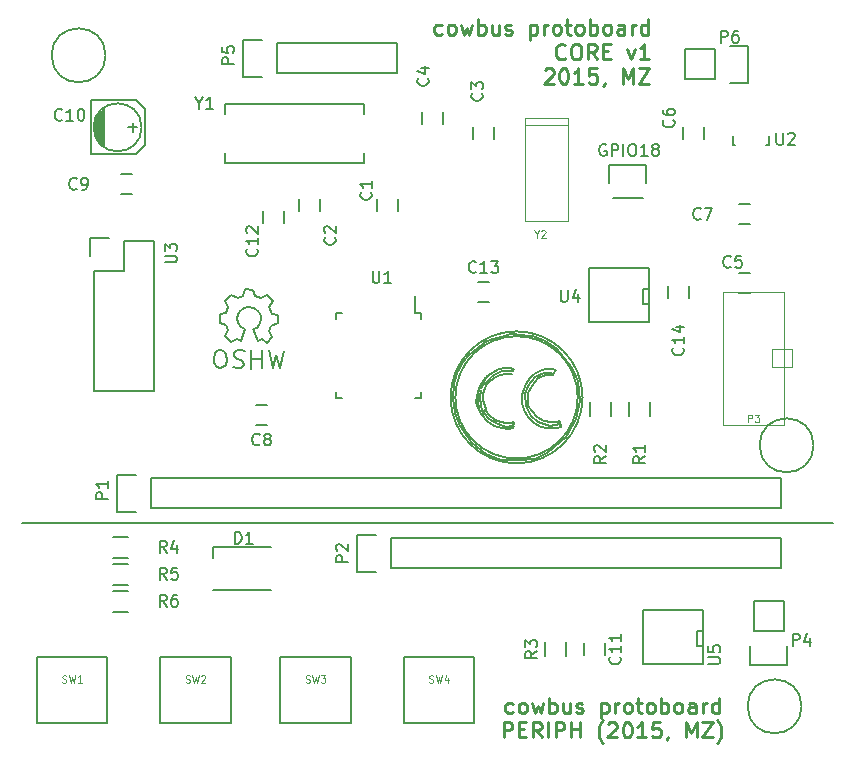
<source format=gto>
G04 #@! TF.FileFunction,Legend,Top*
%FSLAX46Y46*%
G04 Gerber Fmt 4.6, Leading zero omitted, Abs format (unit mm)*
G04 Created by KiCad (PCBNEW 0.201508090901+6074~28~ubuntu14.04.1-product) date Mo 10 Aug 2015 18:55:09 CEST*
%MOMM*%
G01*
G04 APERTURE LIST*
%ADD10C,0.100000*%
%ADD11C,0.250000*%
%ADD12C,0.200000*%
%ADD13C,0.150000*%
%ADD14C,0.149860*%
G04 APERTURE END LIST*
D10*
D11*
X150381338Y-77958190D02*
X150257528Y-78020095D01*
X150009909Y-78020095D01*
X149886100Y-77958190D01*
X149824195Y-77896286D01*
X149762290Y-77772476D01*
X149762290Y-77401048D01*
X149824195Y-77277238D01*
X149886100Y-77215333D01*
X150009909Y-77153429D01*
X150257528Y-77153429D01*
X150381338Y-77215333D01*
X151124195Y-78020095D02*
X151000386Y-77958190D01*
X150938481Y-77896286D01*
X150876576Y-77772476D01*
X150876576Y-77401048D01*
X150938481Y-77277238D01*
X151000386Y-77215333D01*
X151124195Y-77153429D01*
X151309909Y-77153429D01*
X151433719Y-77215333D01*
X151495624Y-77277238D01*
X151557528Y-77401048D01*
X151557528Y-77772476D01*
X151495624Y-77896286D01*
X151433719Y-77958190D01*
X151309909Y-78020095D01*
X151124195Y-78020095D01*
X151990861Y-77153429D02*
X152238480Y-78020095D01*
X152486099Y-77401048D01*
X152733718Y-78020095D01*
X152981337Y-77153429D01*
X153476576Y-78020095D02*
X153476576Y-76720095D01*
X153476576Y-77215333D02*
X153600385Y-77153429D01*
X153848004Y-77153429D01*
X153971814Y-77215333D01*
X154033719Y-77277238D01*
X154095623Y-77401048D01*
X154095623Y-77772476D01*
X154033719Y-77896286D01*
X153971814Y-77958190D01*
X153848004Y-78020095D01*
X153600385Y-78020095D01*
X153476576Y-77958190D01*
X155209909Y-77153429D02*
X155209909Y-78020095D01*
X154652766Y-77153429D02*
X154652766Y-77834381D01*
X154714671Y-77958190D01*
X154838480Y-78020095D01*
X155024194Y-78020095D01*
X155148004Y-77958190D01*
X155209909Y-77896286D01*
X155767051Y-77958190D02*
X155890861Y-78020095D01*
X156138480Y-78020095D01*
X156262289Y-77958190D01*
X156324194Y-77834381D01*
X156324194Y-77772476D01*
X156262289Y-77648667D01*
X156138480Y-77586762D01*
X155952765Y-77586762D01*
X155828956Y-77524857D01*
X155767051Y-77401048D01*
X155767051Y-77339143D01*
X155828956Y-77215333D01*
X155952765Y-77153429D01*
X156138480Y-77153429D01*
X156262289Y-77215333D01*
X157871813Y-77153429D02*
X157871813Y-78453429D01*
X157871813Y-77215333D02*
X157995622Y-77153429D01*
X158243241Y-77153429D01*
X158367051Y-77215333D01*
X158428956Y-77277238D01*
X158490860Y-77401048D01*
X158490860Y-77772476D01*
X158428956Y-77896286D01*
X158367051Y-77958190D01*
X158243241Y-78020095D01*
X157995622Y-78020095D01*
X157871813Y-77958190D01*
X159048003Y-78020095D02*
X159048003Y-77153429D01*
X159048003Y-77401048D02*
X159109908Y-77277238D01*
X159171812Y-77215333D01*
X159295622Y-77153429D01*
X159419431Y-77153429D01*
X160038479Y-78020095D02*
X159914670Y-77958190D01*
X159852765Y-77896286D01*
X159790860Y-77772476D01*
X159790860Y-77401048D01*
X159852765Y-77277238D01*
X159914670Y-77215333D01*
X160038479Y-77153429D01*
X160224193Y-77153429D01*
X160348003Y-77215333D01*
X160409908Y-77277238D01*
X160471812Y-77401048D01*
X160471812Y-77772476D01*
X160409908Y-77896286D01*
X160348003Y-77958190D01*
X160224193Y-78020095D01*
X160038479Y-78020095D01*
X160843241Y-77153429D02*
X161338479Y-77153429D01*
X161028955Y-76720095D02*
X161028955Y-77834381D01*
X161090860Y-77958190D01*
X161214669Y-78020095D01*
X161338479Y-78020095D01*
X161957526Y-78020095D02*
X161833717Y-77958190D01*
X161771812Y-77896286D01*
X161709907Y-77772476D01*
X161709907Y-77401048D01*
X161771812Y-77277238D01*
X161833717Y-77215333D01*
X161957526Y-77153429D01*
X162143240Y-77153429D01*
X162267050Y-77215333D01*
X162328955Y-77277238D01*
X162390859Y-77401048D01*
X162390859Y-77772476D01*
X162328955Y-77896286D01*
X162267050Y-77958190D01*
X162143240Y-78020095D01*
X161957526Y-78020095D01*
X162948002Y-78020095D02*
X162948002Y-76720095D01*
X162948002Y-77215333D02*
X163071811Y-77153429D01*
X163319430Y-77153429D01*
X163443240Y-77215333D01*
X163505145Y-77277238D01*
X163567049Y-77401048D01*
X163567049Y-77772476D01*
X163505145Y-77896286D01*
X163443240Y-77958190D01*
X163319430Y-78020095D01*
X163071811Y-78020095D01*
X162948002Y-77958190D01*
X164309906Y-78020095D02*
X164186097Y-77958190D01*
X164124192Y-77896286D01*
X164062287Y-77772476D01*
X164062287Y-77401048D01*
X164124192Y-77277238D01*
X164186097Y-77215333D01*
X164309906Y-77153429D01*
X164495620Y-77153429D01*
X164619430Y-77215333D01*
X164681335Y-77277238D01*
X164743239Y-77401048D01*
X164743239Y-77772476D01*
X164681335Y-77896286D01*
X164619430Y-77958190D01*
X164495620Y-78020095D01*
X164309906Y-78020095D01*
X165857525Y-78020095D02*
X165857525Y-77339143D01*
X165795620Y-77215333D01*
X165671810Y-77153429D01*
X165424191Y-77153429D01*
X165300382Y-77215333D01*
X165857525Y-77958190D02*
X165733715Y-78020095D01*
X165424191Y-78020095D01*
X165300382Y-77958190D01*
X165238477Y-77834381D01*
X165238477Y-77710571D01*
X165300382Y-77586762D01*
X165424191Y-77524857D01*
X165733715Y-77524857D01*
X165857525Y-77462952D01*
X166476572Y-78020095D02*
X166476572Y-77153429D01*
X166476572Y-77401048D02*
X166538477Y-77277238D01*
X166600381Y-77215333D01*
X166724191Y-77153429D01*
X166848000Y-77153429D01*
X167838477Y-78020095D02*
X167838477Y-76720095D01*
X167838477Y-77958190D02*
X167714667Y-78020095D01*
X167467048Y-78020095D01*
X167343239Y-77958190D01*
X167281334Y-77896286D01*
X167219429Y-77772476D01*
X167219429Y-77401048D01*
X167281334Y-77277238D01*
X167343239Y-77215333D01*
X167467048Y-77153429D01*
X167714667Y-77153429D01*
X167838477Y-77215333D01*
X160843239Y-79966286D02*
X160781334Y-80028190D01*
X160595620Y-80090095D01*
X160471810Y-80090095D01*
X160286096Y-80028190D01*
X160162287Y-79904381D01*
X160100382Y-79780571D01*
X160038477Y-79532952D01*
X160038477Y-79347238D01*
X160100382Y-79099619D01*
X160162287Y-78975810D01*
X160286096Y-78852000D01*
X160471810Y-78790095D01*
X160595620Y-78790095D01*
X160781334Y-78852000D01*
X160843239Y-78913905D01*
X161648001Y-78790095D02*
X161895620Y-78790095D01*
X162019429Y-78852000D01*
X162143239Y-78975810D01*
X162205144Y-79223429D01*
X162205144Y-79656762D01*
X162143239Y-79904381D01*
X162019429Y-80028190D01*
X161895620Y-80090095D01*
X161648001Y-80090095D01*
X161524191Y-80028190D01*
X161400382Y-79904381D01*
X161338477Y-79656762D01*
X161338477Y-79223429D01*
X161400382Y-78975810D01*
X161524191Y-78852000D01*
X161648001Y-78790095D01*
X163505144Y-80090095D02*
X163071811Y-79471048D01*
X162762287Y-80090095D02*
X162762287Y-78790095D01*
X163257525Y-78790095D01*
X163381334Y-78852000D01*
X163443239Y-78913905D01*
X163505144Y-79037714D01*
X163505144Y-79223429D01*
X163443239Y-79347238D01*
X163381334Y-79409143D01*
X163257525Y-79471048D01*
X162762287Y-79471048D01*
X164062287Y-79409143D02*
X164495620Y-79409143D01*
X164681334Y-80090095D02*
X164062287Y-80090095D01*
X164062287Y-78790095D01*
X164681334Y-78790095D01*
X166105143Y-79223429D02*
X166414667Y-80090095D01*
X166724191Y-79223429D01*
X167900381Y-80090095D02*
X167157524Y-80090095D01*
X167528953Y-80090095D02*
X167528953Y-78790095D01*
X167405143Y-78975810D01*
X167281334Y-79099619D01*
X167157524Y-79161524D01*
X159109906Y-80983905D02*
X159171811Y-80922000D01*
X159295620Y-80860095D01*
X159605144Y-80860095D01*
X159728954Y-80922000D01*
X159790858Y-80983905D01*
X159852763Y-81107714D01*
X159852763Y-81231524D01*
X159790858Y-81417238D01*
X159048001Y-82160095D01*
X159852763Y-82160095D01*
X160657525Y-80860095D02*
X160781334Y-80860095D01*
X160905144Y-80922000D01*
X160967049Y-80983905D01*
X161028953Y-81107714D01*
X161090858Y-81355333D01*
X161090858Y-81664857D01*
X161028953Y-81912476D01*
X160967049Y-82036286D01*
X160905144Y-82098190D01*
X160781334Y-82160095D01*
X160657525Y-82160095D01*
X160533715Y-82098190D01*
X160471811Y-82036286D01*
X160409906Y-81912476D01*
X160348001Y-81664857D01*
X160348001Y-81355333D01*
X160409906Y-81107714D01*
X160471811Y-80983905D01*
X160533715Y-80922000D01*
X160657525Y-80860095D01*
X162328953Y-82160095D02*
X161586096Y-82160095D01*
X161957525Y-82160095D02*
X161957525Y-80860095D01*
X161833715Y-81045810D01*
X161709906Y-81169619D01*
X161586096Y-81231524D01*
X163505143Y-80860095D02*
X162886096Y-80860095D01*
X162824191Y-81479143D01*
X162886096Y-81417238D01*
X163009905Y-81355333D01*
X163319429Y-81355333D01*
X163443239Y-81417238D01*
X163505143Y-81479143D01*
X163567048Y-81602952D01*
X163567048Y-81912476D01*
X163505143Y-82036286D01*
X163443239Y-82098190D01*
X163319429Y-82160095D01*
X163009905Y-82160095D01*
X162886096Y-82098190D01*
X162824191Y-82036286D01*
X164186096Y-82098190D02*
X164186096Y-82160095D01*
X164124191Y-82283905D01*
X164062286Y-82345810D01*
X165733715Y-82160095D02*
X165733715Y-80860095D01*
X166167048Y-81788667D01*
X166600381Y-80860095D01*
X166600381Y-82160095D01*
X167095619Y-80860095D02*
X167962286Y-80860095D01*
X167095619Y-82160095D01*
X167962286Y-82160095D01*
X156396003Y-135381190D02*
X156272193Y-135443095D01*
X156024574Y-135443095D01*
X155900765Y-135381190D01*
X155838860Y-135319286D01*
X155776955Y-135195476D01*
X155776955Y-134824048D01*
X155838860Y-134700238D01*
X155900765Y-134638333D01*
X156024574Y-134576429D01*
X156272193Y-134576429D01*
X156396003Y-134638333D01*
X157138860Y-135443095D02*
X157015051Y-135381190D01*
X156953146Y-135319286D01*
X156891241Y-135195476D01*
X156891241Y-134824048D01*
X156953146Y-134700238D01*
X157015051Y-134638333D01*
X157138860Y-134576429D01*
X157324574Y-134576429D01*
X157448384Y-134638333D01*
X157510289Y-134700238D01*
X157572193Y-134824048D01*
X157572193Y-135195476D01*
X157510289Y-135319286D01*
X157448384Y-135381190D01*
X157324574Y-135443095D01*
X157138860Y-135443095D01*
X158005526Y-134576429D02*
X158253145Y-135443095D01*
X158500764Y-134824048D01*
X158748383Y-135443095D01*
X158996002Y-134576429D01*
X159491241Y-135443095D02*
X159491241Y-134143095D01*
X159491241Y-134638333D02*
X159615050Y-134576429D01*
X159862669Y-134576429D01*
X159986479Y-134638333D01*
X160048384Y-134700238D01*
X160110288Y-134824048D01*
X160110288Y-135195476D01*
X160048384Y-135319286D01*
X159986479Y-135381190D01*
X159862669Y-135443095D01*
X159615050Y-135443095D01*
X159491241Y-135381190D01*
X161224574Y-134576429D02*
X161224574Y-135443095D01*
X160667431Y-134576429D02*
X160667431Y-135257381D01*
X160729336Y-135381190D01*
X160853145Y-135443095D01*
X161038859Y-135443095D01*
X161162669Y-135381190D01*
X161224574Y-135319286D01*
X161781716Y-135381190D02*
X161905526Y-135443095D01*
X162153145Y-135443095D01*
X162276954Y-135381190D01*
X162338859Y-135257381D01*
X162338859Y-135195476D01*
X162276954Y-135071667D01*
X162153145Y-135009762D01*
X161967430Y-135009762D01*
X161843621Y-134947857D01*
X161781716Y-134824048D01*
X161781716Y-134762143D01*
X161843621Y-134638333D01*
X161967430Y-134576429D01*
X162153145Y-134576429D01*
X162276954Y-134638333D01*
X163886478Y-134576429D02*
X163886478Y-135876429D01*
X163886478Y-134638333D02*
X164010287Y-134576429D01*
X164257906Y-134576429D01*
X164381716Y-134638333D01*
X164443621Y-134700238D01*
X164505525Y-134824048D01*
X164505525Y-135195476D01*
X164443621Y-135319286D01*
X164381716Y-135381190D01*
X164257906Y-135443095D01*
X164010287Y-135443095D01*
X163886478Y-135381190D01*
X165062668Y-135443095D02*
X165062668Y-134576429D01*
X165062668Y-134824048D02*
X165124573Y-134700238D01*
X165186477Y-134638333D01*
X165310287Y-134576429D01*
X165434096Y-134576429D01*
X166053144Y-135443095D02*
X165929335Y-135381190D01*
X165867430Y-135319286D01*
X165805525Y-135195476D01*
X165805525Y-134824048D01*
X165867430Y-134700238D01*
X165929335Y-134638333D01*
X166053144Y-134576429D01*
X166238858Y-134576429D01*
X166362668Y-134638333D01*
X166424573Y-134700238D01*
X166486477Y-134824048D01*
X166486477Y-135195476D01*
X166424573Y-135319286D01*
X166362668Y-135381190D01*
X166238858Y-135443095D01*
X166053144Y-135443095D01*
X166857906Y-134576429D02*
X167353144Y-134576429D01*
X167043620Y-134143095D02*
X167043620Y-135257381D01*
X167105525Y-135381190D01*
X167229334Y-135443095D01*
X167353144Y-135443095D01*
X167972191Y-135443095D02*
X167848382Y-135381190D01*
X167786477Y-135319286D01*
X167724572Y-135195476D01*
X167724572Y-134824048D01*
X167786477Y-134700238D01*
X167848382Y-134638333D01*
X167972191Y-134576429D01*
X168157905Y-134576429D01*
X168281715Y-134638333D01*
X168343620Y-134700238D01*
X168405524Y-134824048D01*
X168405524Y-135195476D01*
X168343620Y-135319286D01*
X168281715Y-135381190D01*
X168157905Y-135443095D01*
X167972191Y-135443095D01*
X168962667Y-135443095D02*
X168962667Y-134143095D01*
X168962667Y-134638333D02*
X169086476Y-134576429D01*
X169334095Y-134576429D01*
X169457905Y-134638333D01*
X169519810Y-134700238D01*
X169581714Y-134824048D01*
X169581714Y-135195476D01*
X169519810Y-135319286D01*
X169457905Y-135381190D01*
X169334095Y-135443095D01*
X169086476Y-135443095D01*
X168962667Y-135381190D01*
X170324571Y-135443095D02*
X170200762Y-135381190D01*
X170138857Y-135319286D01*
X170076952Y-135195476D01*
X170076952Y-134824048D01*
X170138857Y-134700238D01*
X170200762Y-134638333D01*
X170324571Y-134576429D01*
X170510285Y-134576429D01*
X170634095Y-134638333D01*
X170696000Y-134700238D01*
X170757904Y-134824048D01*
X170757904Y-135195476D01*
X170696000Y-135319286D01*
X170634095Y-135381190D01*
X170510285Y-135443095D01*
X170324571Y-135443095D01*
X171872190Y-135443095D02*
X171872190Y-134762143D01*
X171810285Y-134638333D01*
X171686475Y-134576429D01*
X171438856Y-134576429D01*
X171315047Y-134638333D01*
X171872190Y-135381190D02*
X171748380Y-135443095D01*
X171438856Y-135443095D01*
X171315047Y-135381190D01*
X171253142Y-135257381D01*
X171253142Y-135133571D01*
X171315047Y-135009762D01*
X171438856Y-134947857D01*
X171748380Y-134947857D01*
X171872190Y-134885952D01*
X172491237Y-135443095D02*
X172491237Y-134576429D01*
X172491237Y-134824048D02*
X172553142Y-134700238D01*
X172615046Y-134638333D01*
X172738856Y-134576429D01*
X172862665Y-134576429D01*
X173853142Y-135443095D02*
X173853142Y-134143095D01*
X173853142Y-135381190D02*
X173729332Y-135443095D01*
X173481713Y-135443095D01*
X173357904Y-135381190D01*
X173295999Y-135319286D01*
X173234094Y-135195476D01*
X173234094Y-134824048D01*
X173295999Y-134700238D01*
X173357904Y-134638333D01*
X173481713Y-134576429D01*
X173729332Y-134576429D01*
X173853142Y-134638333D01*
X155622191Y-137513095D02*
X155622191Y-136213095D01*
X156117429Y-136213095D01*
X156241238Y-136275000D01*
X156303143Y-136336905D01*
X156365048Y-136460714D01*
X156365048Y-136646429D01*
X156303143Y-136770238D01*
X156241238Y-136832143D01*
X156117429Y-136894048D01*
X155622191Y-136894048D01*
X156922191Y-136832143D02*
X157355524Y-136832143D01*
X157541238Y-137513095D02*
X156922191Y-137513095D01*
X156922191Y-136213095D01*
X157541238Y-136213095D01*
X158841238Y-137513095D02*
X158407905Y-136894048D01*
X158098381Y-137513095D02*
X158098381Y-136213095D01*
X158593619Y-136213095D01*
X158717428Y-136275000D01*
X158779333Y-136336905D01*
X158841238Y-136460714D01*
X158841238Y-136646429D01*
X158779333Y-136770238D01*
X158717428Y-136832143D01*
X158593619Y-136894048D01*
X158098381Y-136894048D01*
X159398381Y-137513095D02*
X159398381Y-136213095D01*
X160017429Y-137513095D02*
X160017429Y-136213095D01*
X160512667Y-136213095D01*
X160636476Y-136275000D01*
X160698381Y-136336905D01*
X160760286Y-136460714D01*
X160760286Y-136646429D01*
X160698381Y-136770238D01*
X160636476Y-136832143D01*
X160512667Y-136894048D01*
X160017429Y-136894048D01*
X161317429Y-137513095D02*
X161317429Y-136213095D01*
X161317429Y-136832143D02*
X162060286Y-136832143D01*
X162060286Y-137513095D02*
X162060286Y-136213095D01*
X164041238Y-138008333D02*
X163979334Y-137946429D01*
X163855524Y-137760714D01*
X163793619Y-137636905D01*
X163731715Y-137451190D01*
X163669810Y-137141667D01*
X163669810Y-136894048D01*
X163731715Y-136584524D01*
X163793619Y-136398810D01*
X163855524Y-136275000D01*
X163979334Y-136089286D01*
X164041238Y-136027381D01*
X164474572Y-136336905D02*
X164536477Y-136275000D01*
X164660286Y-136213095D01*
X164969810Y-136213095D01*
X165093620Y-136275000D01*
X165155524Y-136336905D01*
X165217429Y-136460714D01*
X165217429Y-136584524D01*
X165155524Y-136770238D01*
X164412667Y-137513095D01*
X165217429Y-137513095D01*
X166022191Y-136213095D02*
X166146000Y-136213095D01*
X166269810Y-136275000D01*
X166331715Y-136336905D01*
X166393619Y-136460714D01*
X166455524Y-136708333D01*
X166455524Y-137017857D01*
X166393619Y-137265476D01*
X166331715Y-137389286D01*
X166269810Y-137451190D01*
X166146000Y-137513095D01*
X166022191Y-137513095D01*
X165898381Y-137451190D01*
X165836477Y-137389286D01*
X165774572Y-137265476D01*
X165712667Y-137017857D01*
X165712667Y-136708333D01*
X165774572Y-136460714D01*
X165836477Y-136336905D01*
X165898381Y-136275000D01*
X166022191Y-136213095D01*
X167693619Y-137513095D02*
X166950762Y-137513095D01*
X167322191Y-137513095D02*
X167322191Y-136213095D01*
X167198381Y-136398810D01*
X167074572Y-136522619D01*
X166950762Y-136584524D01*
X168869809Y-136213095D02*
X168250762Y-136213095D01*
X168188857Y-136832143D01*
X168250762Y-136770238D01*
X168374571Y-136708333D01*
X168684095Y-136708333D01*
X168807905Y-136770238D01*
X168869809Y-136832143D01*
X168931714Y-136955952D01*
X168931714Y-137265476D01*
X168869809Y-137389286D01*
X168807905Y-137451190D01*
X168684095Y-137513095D01*
X168374571Y-137513095D01*
X168250762Y-137451190D01*
X168188857Y-137389286D01*
X169550762Y-137451190D02*
X169550762Y-137513095D01*
X169488857Y-137636905D01*
X169426952Y-137698810D01*
X171098381Y-137513095D02*
X171098381Y-136213095D01*
X171531714Y-137141667D01*
X171965047Y-136213095D01*
X171965047Y-137513095D01*
X172460285Y-136213095D02*
X173326952Y-136213095D01*
X172460285Y-137513095D01*
X173326952Y-137513095D01*
X173698380Y-138008333D02*
X173760285Y-137946429D01*
X173884095Y-137760714D01*
X173945999Y-137636905D01*
X174007904Y-137451190D01*
X174069809Y-137141667D01*
X174069809Y-136894048D01*
X174007904Y-136584524D01*
X173945999Y-136398810D01*
X173884095Y-136275000D01*
X173760285Y-136089286D01*
X173698380Y-136027381D01*
D12*
X183512600Y-119372000D02*
X114808000Y-119372000D01*
D13*
X181864000Y-112776000D02*
G75*
G03X181864000Y-112776000I-2286000J0D01*
G01*
X180848000Y-134874000D02*
G75*
G03X180848000Y-134874000I-2286000J0D01*
G01*
X131054000Y-121390000D02*
X131054000Y-122290000D01*
X131054000Y-124990000D02*
X135954000Y-124990000D01*
X135954000Y-121390000D02*
X131054000Y-121390000D01*
X144946000Y-91956000D02*
X144946000Y-92956000D01*
X146646000Y-92956000D02*
X146646000Y-91956000D01*
X140042000Y-92956000D02*
X140042000Y-91956000D01*
X138342000Y-91956000D02*
X138342000Y-92956000D01*
X153074000Y-85860000D02*
X153074000Y-86860000D01*
X154774000Y-86860000D02*
X154774000Y-85860000D01*
X148756000Y-84590000D02*
X148756000Y-85590000D01*
X150456000Y-85590000D02*
X150456000Y-84590000D01*
X176522000Y-98210000D02*
X175522000Y-98210000D01*
X175522000Y-99910000D02*
X176522000Y-99910000D01*
X172554000Y-86860000D02*
X172554000Y-85860000D01*
X170854000Y-85860000D02*
X170854000Y-86860000D01*
X175522000Y-94068000D02*
X176522000Y-94068000D01*
X176522000Y-92368000D02*
X175522000Y-92368000D01*
X134628000Y-111086000D02*
X135628000Y-111086000D01*
X135628000Y-109386000D02*
X134628000Y-109386000D01*
X123198000Y-91528000D02*
X124198000Y-91528000D01*
X124198000Y-89828000D02*
X123198000Y-89828000D01*
X124587000Y-85852000D02*
X123825000Y-85852000D01*
X124206000Y-85471000D02*
X124206000Y-86233000D01*
X124460000Y-88138000D02*
X120650000Y-88138000D01*
X125222000Y-84328000D02*
X125222000Y-87376000D01*
X124460000Y-88138000D02*
X125222000Y-87376000D01*
X124460000Y-83566000D02*
X120650000Y-83566000D01*
X124460000Y-83566000D02*
X125222000Y-84328000D01*
X120904000Y-85979000D02*
X120904000Y-85725000D01*
X121031000Y-85217000D02*
X121031000Y-86487000D01*
X121158000Y-86741000D02*
X121158000Y-84963000D01*
X121285000Y-86995000D02*
X121285000Y-84709000D01*
X121412000Y-84582000D02*
X121412000Y-87122000D01*
X121539000Y-87249000D02*
X121539000Y-84455000D01*
X121666000Y-84328000D02*
X121666000Y-87376000D01*
X121793000Y-84201000D02*
X121793000Y-87503000D01*
X124968000Y-85852000D02*
G75*
G03X124968000Y-85852000I-2032000J0D01*
G01*
X120650000Y-83566000D02*
X120650000Y-88138000D01*
X162472000Y-129548000D02*
X162472000Y-130548000D01*
X164172000Y-130548000D02*
X164172000Y-129548000D01*
X125730000Y-118110000D02*
X179070000Y-118110000D01*
X179070000Y-118110000D02*
X179070000Y-115570000D01*
X179070000Y-115570000D02*
X125730000Y-115570000D01*
X122910000Y-115290000D02*
X124460000Y-115290000D01*
X125730000Y-115570000D02*
X125730000Y-118110000D01*
X124460000Y-118390000D02*
X122910000Y-118390000D01*
X122910000Y-118390000D02*
X122910000Y-115290000D01*
X146050000Y-123190000D02*
X179070000Y-123190000D01*
X179070000Y-123190000D02*
X179070000Y-120650000D01*
X179070000Y-120650000D02*
X146050000Y-120650000D01*
X143230000Y-120370000D02*
X144780000Y-120370000D01*
X146050000Y-120650000D02*
X146050000Y-123190000D01*
X144780000Y-123470000D02*
X143230000Y-123470000D01*
X143230000Y-123470000D02*
X143230000Y-120370000D01*
D10*
X179334000Y-99785000D02*
X174234000Y-99785000D01*
X174234000Y-99785000D02*
X174234000Y-111035000D01*
X174234000Y-111035000D02*
X179334000Y-111035000D01*
X179334000Y-111035000D02*
X179334000Y-99785000D01*
X180009000Y-104650000D02*
X178359000Y-104650000D01*
X178359000Y-104650000D02*
X178359000Y-106170000D01*
X178359000Y-106170000D02*
X180009000Y-106170000D01*
X180009000Y-106170000D02*
X180009000Y-104650000D01*
D13*
X176784000Y-128524000D02*
X176784000Y-125984000D01*
X176504000Y-131344000D02*
X176504000Y-129794000D01*
X176784000Y-128524000D02*
X179324000Y-128524000D01*
X179604000Y-129794000D02*
X179604000Y-131344000D01*
X179604000Y-131344000D02*
X176504000Y-131344000D01*
X179324000Y-128524000D02*
X179324000Y-125984000D01*
X179324000Y-125984000D02*
X176784000Y-125984000D01*
X135128000Y-81560000D02*
X133578000Y-81560000D01*
X133578000Y-81560000D02*
X133578000Y-78460000D01*
X133578000Y-78460000D02*
X135128000Y-78460000D01*
X136398000Y-78740000D02*
X146558000Y-78740000D01*
X146558000Y-78740000D02*
X146558000Y-81280000D01*
X146558000Y-81280000D02*
X136398000Y-81280000D01*
X136398000Y-78740000D02*
X136398000Y-81280000D01*
X166257000Y-110328000D02*
X166257000Y-109128000D01*
X168007000Y-109128000D02*
X168007000Y-110328000D01*
X162955000Y-110328000D02*
X162955000Y-109128000D01*
X164705000Y-109128000D02*
X164705000Y-110328000D01*
X160895000Y-129448000D02*
X160895000Y-130648000D01*
X159145000Y-130648000D02*
X159145000Y-129448000D01*
D14*
X116105940Y-130683000D02*
X122074940Y-130683000D01*
X122074940Y-130683000D02*
X122074940Y-136271000D01*
X122074940Y-136271000D02*
X116105940Y-136271000D01*
X116105940Y-136271000D02*
X116105940Y-130683000D01*
X126555500Y-130683000D02*
X132524500Y-130683000D01*
X132524500Y-130683000D02*
X132524500Y-136271000D01*
X132524500Y-136271000D02*
X126555500Y-136271000D01*
X126555500Y-136271000D02*
X126555500Y-130683000D01*
X136715500Y-130683000D02*
X142684500Y-130683000D01*
X142684500Y-130683000D02*
X142684500Y-136271000D01*
X142684500Y-136271000D02*
X136715500Y-136271000D01*
X136715500Y-136271000D02*
X136715500Y-130683000D01*
X147165060Y-130683000D02*
X153134060Y-130683000D01*
X153134060Y-130683000D02*
X153134060Y-136271000D01*
X153134060Y-136271000D02*
X147165060Y-136271000D01*
X147165060Y-136271000D02*
X147165060Y-130683000D01*
D13*
X148659000Y-101531000D02*
X148134000Y-101531000D01*
X148659000Y-108781000D02*
X148134000Y-108781000D01*
X141409000Y-108781000D02*
X141934000Y-108781000D01*
X141409000Y-101531000D02*
X141934000Y-101531000D01*
X148659000Y-101531000D02*
X148659000Y-102056000D01*
X141409000Y-101531000D02*
X141409000Y-102056000D01*
X141409000Y-108781000D02*
X141409000Y-108256000D01*
X148659000Y-108781000D02*
X148659000Y-108256000D01*
X148134000Y-101531000D02*
X148134000Y-100156000D01*
X178055220Y-86614000D02*
X178055220Y-87315040D01*
X178055220Y-87315040D02*
X177806300Y-87315040D01*
X175256240Y-87315040D02*
X175055580Y-87315040D01*
X175055580Y-87315040D02*
X175055580Y-86614000D01*
X125984000Y-95504000D02*
X125984000Y-108204000D01*
X125984000Y-108204000D02*
X120904000Y-108204000D01*
X120904000Y-108204000D02*
X120904000Y-98044000D01*
X125984000Y-95504000D02*
X123444000Y-95504000D01*
X122174000Y-95224000D02*
X120624000Y-95224000D01*
X123444000Y-95504000D02*
X123444000Y-98044000D01*
X123444000Y-98044000D02*
X120904000Y-98044000D01*
X120624000Y-95224000D02*
X120624000Y-96774000D01*
X167894000Y-102362000D02*
X162814000Y-102362000D01*
X162814000Y-102362000D02*
X162814000Y-97790000D01*
X162814000Y-97790000D02*
X167894000Y-97790000D01*
X167894000Y-97790000D02*
X167894000Y-102362000D01*
X167894000Y-100838000D02*
X167386000Y-100838000D01*
X167386000Y-100838000D02*
X167386000Y-99568000D01*
X167386000Y-99568000D02*
X167894000Y-99568000D01*
X143771620Y-83860640D02*
X132072380Y-83860640D01*
X132072380Y-88859360D02*
X143771620Y-88859360D01*
X132072380Y-83860640D02*
X132072380Y-84709000D01*
X132072380Y-88859360D02*
X132072380Y-88011000D01*
X143771620Y-83860640D02*
X143771620Y-84709000D01*
X143771620Y-88859360D02*
X143771620Y-88011000D01*
D10*
X157408000Y-85058000D02*
X157408000Y-93758000D01*
X157408000Y-93758000D02*
X161108000Y-93758000D01*
X161108000Y-93758000D02*
X161108000Y-85058000D01*
X161108000Y-85058000D02*
X157408000Y-85058000D01*
X157408000Y-85058000D02*
X157408000Y-85667000D01*
X157408000Y-85667000D02*
X161108000Y-85667000D01*
X161108000Y-85667000D02*
X161108000Y-85058000D01*
X161108000Y-85058000D02*
X157408000Y-85058000D01*
D13*
X173482000Y-81788000D02*
X170942000Y-81788000D01*
X176302000Y-82068000D02*
X174752000Y-82068000D01*
X173482000Y-81788000D02*
X173482000Y-79248000D01*
X174752000Y-78968000D02*
X176302000Y-78968000D01*
X176302000Y-78968000D02*
X176302000Y-82068000D01*
X173482000Y-79248000D02*
X170942000Y-79248000D01*
X170942000Y-79248000D02*
X170942000Y-81788000D01*
X172466000Y-131318000D02*
X167386000Y-131318000D01*
X167386000Y-131318000D02*
X167386000Y-126746000D01*
X167386000Y-126746000D02*
X172466000Y-126746000D01*
X172466000Y-126746000D02*
X172466000Y-131318000D01*
X172466000Y-129794000D02*
X171958000Y-129794000D01*
X171958000Y-129794000D02*
X171958000Y-128524000D01*
X171958000Y-128524000D02*
X172466000Y-128524000D01*
X135294000Y-92972000D02*
X135294000Y-93972000D01*
X136994000Y-93972000D02*
X136994000Y-92972000D01*
X154424000Y-98972000D02*
X153424000Y-98972000D01*
X153424000Y-100672000D02*
X154424000Y-100672000D01*
X123790000Y-122287000D02*
X122590000Y-122287000D01*
X122590000Y-120537000D02*
X123790000Y-120537000D01*
X123790000Y-124573000D02*
X122590000Y-124573000D01*
X122590000Y-122823000D02*
X123790000Y-122823000D01*
X123790000Y-126859000D02*
X122590000Y-126859000D01*
X122590000Y-125109000D02*
X123790000Y-125109000D01*
X169584000Y-99322000D02*
X169584000Y-100322000D01*
X171284000Y-100322000D02*
X171284000Y-99322000D01*
X156016960Y-111412020D02*
X156418280Y-111312960D01*
X156418280Y-111312960D02*
X156517340Y-110812580D01*
X154218640Y-107012740D02*
X154017980Y-107111800D01*
X154017980Y-107111800D02*
X153619200Y-107711240D01*
X153619200Y-107711240D02*
X153418540Y-108211620D01*
X153418540Y-108211620D02*
X153316940Y-109110780D01*
X153316940Y-109110780D02*
X153418540Y-109611160D01*
X156519880Y-111112300D02*
X156420820Y-111310420D01*
X160418780Y-110812580D02*
X160517840Y-111112300D01*
X159717740Y-106311700D02*
X160017460Y-106410760D01*
X160017460Y-106410760D02*
X159816800Y-106713020D01*
X156718000Y-103311960D02*
X156217620Y-103311960D01*
X156217620Y-103311960D02*
X155417520Y-103611680D01*
X155417520Y-103611680D02*
X154719020Y-103812340D01*
X154719020Y-103812340D02*
X154017980Y-104013000D01*
X154017980Y-104013000D02*
X153418540Y-104510840D01*
X153418540Y-104510840D02*
X152717500Y-105112820D01*
X152717500Y-105112820D02*
X152217120Y-105712260D01*
X152217120Y-105712260D02*
X151716740Y-106611420D01*
X151716740Y-106611420D02*
X151417020Y-107612180D01*
X151417020Y-107612180D02*
X151317960Y-108811060D01*
X151317960Y-108811060D02*
X151518620Y-110012480D01*
X151518620Y-110012480D02*
X151917400Y-111112300D01*
X151917400Y-111112300D02*
X152918160Y-112610900D01*
X152918160Y-112610900D02*
X154117040Y-113512600D01*
X154117040Y-113512600D02*
X155417520Y-114012980D01*
X155417520Y-114012980D02*
X156817060Y-114012980D01*
X156817060Y-114012980D02*
X158318200Y-113911380D01*
X158318200Y-113911380D02*
X159318960Y-113411000D01*
X159318960Y-113411000D02*
X160919160Y-112113060D01*
X160919160Y-112113060D02*
X161719260Y-110512860D01*
X161719260Y-110512860D02*
X162118040Y-109011720D01*
X162118040Y-109011720D02*
X161917380Y-107312460D01*
X161917380Y-107312460D02*
X161417000Y-106212640D01*
X161417000Y-106212640D02*
X160119060Y-104612440D01*
X160119060Y-104612440D02*
X159118300Y-103911400D01*
X159118300Y-103911400D02*
X158117540Y-103512620D01*
X158117540Y-103512620D02*
X156718000Y-103411020D01*
X157319980Y-108010960D02*
X157220920Y-108511340D01*
X157220920Y-108511340D02*
X157220920Y-109209840D01*
X157220920Y-109209840D02*
X157319980Y-109811820D01*
X157319980Y-109811820D02*
X157718760Y-110411260D01*
X157718760Y-110411260D02*
X158219140Y-110911640D01*
X158219140Y-110911640D02*
X158818580Y-111211360D01*
X158818580Y-111211360D02*
X159318960Y-111310420D01*
X159318960Y-111310420D02*
X159720280Y-111310420D01*
X159720280Y-111310420D02*
X160119060Y-111310420D01*
X160119060Y-111310420D02*
X160520380Y-111211360D01*
X160520380Y-111211360D02*
X160418780Y-111010700D01*
X160418780Y-111010700D02*
X159519620Y-111112300D01*
X159519620Y-111112300D02*
X158518860Y-110810040D01*
X158518860Y-110810040D02*
X157919420Y-110312200D01*
X157919420Y-110312200D02*
X157520640Y-109410500D01*
X157520640Y-109410500D02*
X157419040Y-108412280D01*
X157419040Y-108412280D02*
X157718760Y-107711240D01*
X157718760Y-107711240D02*
X158320740Y-107010200D01*
X158320740Y-107010200D02*
X159019240Y-106611420D01*
X159019240Y-106611420D02*
X159720280Y-106611420D01*
X159720280Y-106611420D02*
X159819340Y-106812080D01*
X159819340Y-106812080D02*
X159219900Y-106812080D01*
X159219900Y-106812080D02*
X158518860Y-107111800D01*
X158518860Y-107111800D02*
X158018480Y-107711240D01*
X158018480Y-107711240D02*
X157718760Y-108310680D01*
X157718760Y-108310680D02*
X157718760Y-108811060D01*
X157718760Y-108811060D02*
X157718760Y-109410500D01*
X157718760Y-109410500D02*
X158018480Y-109910880D01*
X158018480Y-109910880D02*
X158419800Y-110411260D01*
X158419800Y-110411260D02*
X159019240Y-110710980D01*
X159019240Y-110710980D02*
X159618680Y-110810040D01*
X159618680Y-110810040D02*
X160119060Y-110810040D01*
X160119060Y-110810040D02*
X160418780Y-110710980D01*
X159720280Y-106311700D02*
X159120840Y-106311700D01*
X159120840Y-106311700D02*
X158719520Y-106509820D01*
X158719520Y-106509820D02*
X158219140Y-106710480D01*
X158219140Y-106710480D02*
X157820360Y-107111800D01*
X157820360Y-107111800D02*
X157520640Y-107612180D01*
X157520640Y-107612180D02*
X157319980Y-108010960D01*
X156319220Y-106713020D02*
X155818840Y-106713020D01*
X155818840Y-106713020D02*
X155318460Y-106814620D01*
X155318460Y-106814620D02*
X154818080Y-107114340D01*
X154818080Y-107114340D02*
X154317700Y-107513120D01*
X154317700Y-107411520D02*
X154017980Y-107911900D01*
X154017980Y-107911900D02*
X153918920Y-108412280D01*
X153918920Y-108412280D02*
X153918920Y-108912660D01*
X153918920Y-108912660D02*
X154119580Y-109712760D01*
X154020520Y-109712760D02*
X154320240Y-110111540D01*
X154421840Y-110210600D02*
X154922220Y-110611920D01*
X154922220Y-110611920D02*
X155420060Y-110810040D01*
X155420060Y-110810040D02*
X155821380Y-110911640D01*
X155821380Y-110911640D02*
X156220160Y-110911640D01*
X156220160Y-110911640D02*
X156519880Y-110810040D01*
X156519880Y-110810040D02*
X156420820Y-111112300D01*
X156420820Y-111112300D02*
X155821380Y-111211360D01*
X155821380Y-111211360D02*
X155120340Y-111010700D01*
X155120340Y-111010700D02*
X154421840Y-110510320D01*
X154421840Y-110510320D02*
X153921460Y-110009940D01*
X153918920Y-110111540D02*
X153718260Y-109413040D01*
X153718260Y-109413040D02*
X153619200Y-108712000D01*
X153619200Y-108712000D02*
X153718260Y-108112560D01*
X153718260Y-107911900D02*
X154017980Y-107411520D01*
X154017980Y-107612180D02*
X154518360Y-107111800D01*
X154518360Y-107012740D02*
X155018740Y-106713020D01*
X155018740Y-106713020D02*
X155519120Y-106512360D01*
X155519120Y-106512360D02*
X156019500Y-106512360D01*
X156019500Y-106512360D02*
X156418280Y-106512360D01*
X156418280Y-106512360D02*
X156517340Y-106314240D01*
X156517340Y-106314240D02*
X156118560Y-106212640D01*
X156118560Y-106212640D02*
X155717240Y-106212640D01*
X155717240Y-106212640D02*
X155219400Y-106314240D01*
X155219400Y-106314240D02*
X154617420Y-106613960D01*
X154617420Y-106613960D02*
X154119580Y-107012740D01*
X154119580Y-107111800D02*
X153619200Y-107812840D01*
X153619200Y-107812840D02*
X153418540Y-108412280D01*
X153418540Y-108412280D02*
X153418540Y-109113320D01*
X153418540Y-109113320D02*
X153517600Y-109712760D01*
X153418540Y-109512100D02*
X153718260Y-110111540D01*
X153819860Y-110210600D02*
X154221180Y-110710980D01*
X154221180Y-110710980D02*
X154820620Y-111112300D01*
X154820620Y-111112300D02*
X155521660Y-111310420D01*
X155521660Y-111310420D02*
X156022040Y-111412020D01*
X153720800Y-109910880D02*
X154119580Y-109910880D01*
X161898604Y-108712000D02*
G75*
G03X161898604Y-108712000I-5180604J0D01*
G01*
X162306000Y-108712000D02*
G75*
G03X162306000Y-108712000I-5588000J0D01*
G01*
X121920000Y-79756000D02*
G75*
G03X121920000Y-79756000I-2286000J0D01*
G01*
X167666000Y-89013700D02*
X167666000Y-90563700D01*
X164566000Y-90563700D02*
X164566000Y-89013700D01*
X164566000Y-89013700D02*
X167666000Y-89013700D01*
X164846000Y-91833700D02*
X167386000Y-91833700D01*
X135729980Y-104747060D02*
X136090660Y-106217720D01*
X136090660Y-106217720D02*
X136370060Y-105156000D01*
X136370060Y-105156000D02*
X136679940Y-106227880D01*
X136679940Y-106227880D02*
X137020300Y-104777540D01*
X134310120Y-105437940D02*
X135100060Y-105427780D01*
X135100060Y-105427780D02*
X135110220Y-105437940D01*
X135110220Y-105437940D02*
X135110220Y-105427780D01*
X135150860Y-104716580D02*
X135150860Y-106258360D01*
X134261860Y-104706420D02*
X134261860Y-106276140D01*
X134261860Y-106276140D02*
X134272020Y-106265980D01*
X133710680Y-104808020D02*
X133360160Y-104726740D01*
X133360160Y-104726740D02*
X133040120Y-104716580D01*
X133040120Y-104716580D02*
X132801360Y-104917240D01*
X132801360Y-104917240D02*
X132770880Y-105186480D01*
X132770880Y-105186480D02*
X133012180Y-105427780D01*
X133012180Y-105427780D02*
X133400800Y-105557320D01*
X133400800Y-105557320D02*
X133581140Y-105717340D01*
X133581140Y-105717340D02*
X133621780Y-106017060D01*
X133621780Y-106017060D02*
X133390640Y-106238040D01*
X133390640Y-106238040D02*
X133070600Y-106265980D01*
X133070600Y-106265980D02*
X132720080Y-106156760D01*
X131681220Y-104706420D02*
X131432300Y-104726740D01*
X131432300Y-104726740D02*
X131191000Y-104968040D01*
X131191000Y-104968040D02*
X131102100Y-105458260D01*
X131102100Y-105458260D02*
X131130040Y-105806240D01*
X131130040Y-105806240D02*
X131330700Y-106126280D01*
X131330700Y-106126280D02*
X131582160Y-106248200D01*
X131582160Y-106248200D02*
X131892040Y-106177080D01*
X131892040Y-106177080D02*
X132110480Y-105996740D01*
X132110480Y-105996740D02*
X132181600Y-105537000D01*
X132181600Y-105537000D02*
X132130800Y-105128060D01*
X132130800Y-105128060D02*
X132021580Y-104846120D01*
X132021580Y-104846120D02*
X131660900Y-104716580D01*
X132280660Y-102986840D02*
X132021580Y-103548180D01*
X132021580Y-103548180D02*
X132560060Y-104066340D01*
X132560060Y-104066340D02*
X133080760Y-103797100D01*
X133080760Y-103797100D02*
X133360160Y-103957120D01*
X134800340Y-103936800D02*
X135130540Y-103746300D01*
X135130540Y-103746300D02*
X135569960Y-104076500D01*
X135569960Y-104076500D02*
X136042400Y-103586280D01*
X136042400Y-103586280D02*
X135760460Y-103106220D01*
X135760460Y-103106220D02*
X135950960Y-102636320D01*
X135950960Y-102636320D02*
X136560560Y-102448360D01*
X136560560Y-102448360D02*
X136560560Y-101767640D01*
X136560560Y-101767640D02*
X136001760Y-101627940D01*
X136001760Y-101627940D02*
X135801100Y-101056440D01*
X135801100Y-101056440D02*
X136070340Y-100586540D01*
X136070340Y-100586540D02*
X135600440Y-100076000D01*
X135600440Y-100076000D02*
X135082280Y-100337620D01*
X135082280Y-100337620D02*
X134612380Y-100136960D01*
X134612380Y-100136960D02*
X134442200Y-99595940D01*
X134442200Y-99595940D02*
X133751320Y-99578160D01*
X133751320Y-99578160D02*
X133540500Y-100126800D01*
X133540500Y-100126800D02*
X133121400Y-100296980D01*
X133121400Y-100296980D02*
X132570220Y-100027740D01*
X132570220Y-100027740D02*
X132052060Y-100556060D01*
X132052060Y-100556060D02*
X132300980Y-101097080D01*
X132300980Y-101097080D02*
X132130800Y-101577140D01*
X132130800Y-101577140D02*
X131582160Y-101676200D01*
X131582160Y-101676200D02*
X131572000Y-102377240D01*
X131572000Y-102377240D02*
X132130800Y-102577900D01*
X132130800Y-102577900D02*
X132270500Y-102976680D01*
X134411720Y-102956360D02*
X134711440Y-102806500D01*
X134711440Y-102806500D02*
X134912100Y-102608380D01*
X134912100Y-102608380D02*
X135061960Y-102207060D01*
X135061960Y-102207060D02*
X135061960Y-101808280D01*
X135061960Y-101808280D02*
X134912100Y-101457760D01*
X134912100Y-101457760D02*
X134459980Y-101107240D01*
X134459980Y-101107240D02*
X134010400Y-101056440D01*
X134010400Y-101056440D02*
X133611620Y-101158040D01*
X133611620Y-101158040D02*
X133210300Y-101506020D01*
X133210300Y-101506020D02*
X133060440Y-101958140D01*
X133060440Y-101958140D02*
X133111240Y-102455980D01*
X133111240Y-102455980D02*
X133360160Y-102758240D01*
X133360160Y-102758240D02*
X133710680Y-102956360D01*
X133710680Y-102956360D02*
X133360160Y-103957120D01*
X134411720Y-102956360D02*
X134810500Y-103957120D01*
X132865905Y-121092381D02*
X132865905Y-120092381D01*
X133104000Y-120092381D01*
X133246858Y-120140000D01*
X133342096Y-120235238D01*
X133389715Y-120330476D01*
X133437334Y-120520952D01*
X133437334Y-120663810D01*
X133389715Y-120854286D01*
X133342096Y-120949524D01*
X133246858Y-121044762D01*
X133104000Y-121092381D01*
X132865905Y-121092381D01*
X134389715Y-121092381D02*
X133818286Y-121092381D01*
X134104000Y-121092381D02*
X134104000Y-120092381D01*
X134008762Y-120235238D01*
X133913524Y-120330476D01*
X133818286Y-120378095D01*
X144375143Y-91352666D02*
X144422762Y-91400285D01*
X144470381Y-91543142D01*
X144470381Y-91638380D01*
X144422762Y-91781238D01*
X144327524Y-91876476D01*
X144232286Y-91924095D01*
X144041810Y-91971714D01*
X143898952Y-91971714D01*
X143708476Y-91924095D01*
X143613238Y-91876476D01*
X143518000Y-91781238D01*
X143470381Y-91638380D01*
X143470381Y-91543142D01*
X143518000Y-91400285D01*
X143565619Y-91352666D01*
X144470381Y-90400285D02*
X144470381Y-90971714D01*
X144470381Y-90686000D02*
X143470381Y-90686000D01*
X143613238Y-90781238D01*
X143708476Y-90876476D01*
X143756095Y-90971714D01*
X141327143Y-95162666D02*
X141374762Y-95210285D01*
X141422381Y-95353142D01*
X141422381Y-95448380D01*
X141374762Y-95591238D01*
X141279524Y-95686476D01*
X141184286Y-95734095D01*
X140993810Y-95781714D01*
X140850952Y-95781714D01*
X140660476Y-95734095D01*
X140565238Y-95686476D01*
X140470000Y-95591238D01*
X140422381Y-95448380D01*
X140422381Y-95353142D01*
X140470000Y-95210285D01*
X140517619Y-95162666D01*
X140517619Y-94781714D02*
X140470000Y-94734095D01*
X140422381Y-94638857D01*
X140422381Y-94400761D01*
X140470000Y-94305523D01*
X140517619Y-94257904D01*
X140612857Y-94210285D01*
X140708095Y-94210285D01*
X140850952Y-94257904D01*
X141422381Y-94829333D01*
X141422381Y-94210285D01*
X153773143Y-82970666D02*
X153820762Y-83018285D01*
X153868381Y-83161142D01*
X153868381Y-83256380D01*
X153820762Y-83399238D01*
X153725524Y-83494476D01*
X153630286Y-83542095D01*
X153439810Y-83589714D01*
X153296952Y-83589714D01*
X153106476Y-83542095D01*
X153011238Y-83494476D01*
X152916000Y-83399238D01*
X152868381Y-83256380D01*
X152868381Y-83161142D01*
X152916000Y-83018285D01*
X152963619Y-82970666D01*
X152868381Y-82637333D02*
X152868381Y-82018285D01*
X153249333Y-82351619D01*
X153249333Y-82208761D01*
X153296952Y-82113523D01*
X153344571Y-82065904D01*
X153439810Y-82018285D01*
X153677905Y-82018285D01*
X153773143Y-82065904D01*
X153820762Y-82113523D01*
X153868381Y-82208761D01*
X153868381Y-82494476D01*
X153820762Y-82589714D01*
X153773143Y-82637333D01*
X149201143Y-81700666D02*
X149248762Y-81748285D01*
X149296381Y-81891142D01*
X149296381Y-81986380D01*
X149248762Y-82129238D01*
X149153524Y-82224476D01*
X149058286Y-82272095D01*
X148867810Y-82319714D01*
X148724952Y-82319714D01*
X148534476Y-82272095D01*
X148439238Y-82224476D01*
X148344000Y-82129238D01*
X148296381Y-81986380D01*
X148296381Y-81891142D01*
X148344000Y-81748285D01*
X148391619Y-81700666D01*
X148629714Y-80843523D02*
X149296381Y-80843523D01*
X148248762Y-81081619D02*
X148963048Y-81319714D01*
X148963048Y-80700666D01*
X174839334Y-97639143D02*
X174791715Y-97686762D01*
X174648858Y-97734381D01*
X174553620Y-97734381D01*
X174410762Y-97686762D01*
X174315524Y-97591524D01*
X174267905Y-97496286D01*
X174220286Y-97305810D01*
X174220286Y-97162952D01*
X174267905Y-96972476D01*
X174315524Y-96877238D01*
X174410762Y-96782000D01*
X174553620Y-96734381D01*
X174648858Y-96734381D01*
X174791715Y-96782000D01*
X174839334Y-96829619D01*
X175744096Y-96734381D02*
X175267905Y-96734381D01*
X175220286Y-97210571D01*
X175267905Y-97162952D01*
X175363143Y-97115333D01*
X175601239Y-97115333D01*
X175696477Y-97162952D01*
X175744096Y-97210571D01*
X175791715Y-97305810D01*
X175791715Y-97543905D01*
X175744096Y-97639143D01*
X175696477Y-97686762D01*
X175601239Y-97734381D01*
X175363143Y-97734381D01*
X175267905Y-97686762D01*
X175220286Y-97639143D01*
X170003743Y-85231266D02*
X170051362Y-85278885D01*
X170098981Y-85421742D01*
X170098981Y-85516980D01*
X170051362Y-85659838D01*
X169956124Y-85755076D01*
X169860886Y-85802695D01*
X169670410Y-85850314D01*
X169527552Y-85850314D01*
X169337076Y-85802695D01*
X169241838Y-85755076D01*
X169146600Y-85659838D01*
X169098981Y-85516980D01*
X169098981Y-85421742D01*
X169146600Y-85278885D01*
X169194219Y-85231266D01*
X169098981Y-84374123D02*
X169098981Y-84564600D01*
X169146600Y-84659838D01*
X169194219Y-84707457D01*
X169337076Y-84802695D01*
X169527552Y-84850314D01*
X169908505Y-84850314D01*
X170003743Y-84802695D01*
X170051362Y-84755076D01*
X170098981Y-84659838D01*
X170098981Y-84469361D01*
X170051362Y-84374123D01*
X170003743Y-84326504D01*
X169908505Y-84278885D01*
X169670410Y-84278885D01*
X169575171Y-84326504D01*
X169527552Y-84374123D01*
X169479933Y-84469361D01*
X169479933Y-84659838D01*
X169527552Y-84755076D01*
X169575171Y-84802695D01*
X169670410Y-84850314D01*
X172299334Y-93575143D02*
X172251715Y-93622762D01*
X172108858Y-93670381D01*
X172013620Y-93670381D01*
X171870762Y-93622762D01*
X171775524Y-93527524D01*
X171727905Y-93432286D01*
X171680286Y-93241810D01*
X171680286Y-93098952D01*
X171727905Y-92908476D01*
X171775524Y-92813238D01*
X171870762Y-92718000D01*
X172013620Y-92670381D01*
X172108858Y-92670381D01*
X172251715Y-92718000D01*
X172299334Y-92765619D01*
X172632667Y-92670381D02*
X173299334Y-92670381D01*
X172870762Y-93670381D01*
X134961334Y-112693143D02*
X134913715Y-112740762D01*
X134770858Y-112788381D01*
X134675620Y-112788381D01*
X134532762Y-112740762D01*
X134437524Y-112645524D01*
X134389905Y-112550286D01*
X134342286Y-112359810D01*
X134342286Y-112216952D01*
X134389905Y-112026476D01*
X134437524Y-111931238D01*
X134532762Y-111836000D01*
X134675620Y-111788381D01*
X134770858Y-111788381D01*
X134913715Y-111836000D01*
X134961334Y-111883619D01*
X135532762Y-112216952D02*
X135437524Y-112169333D01*
X135389905Y-112121714D01*
X135342286Y-112026476D01*
X135342286Y-111978857D01*
X135389905Y-111883619D01*
X135437524Y-111836000D01*
X135532762Y-111788381D01*
X135723239Y-111788381D01*
X135818477Y-111836000D01*
X135866096Y-111883619D01*
X135913715Y-111978857D01*
X135913715Y-112026476D01*
X135866096Y-112121714D01*
X135818477Y-112169333D01*
X135723239Y-112216952D01*
X135532762Y-112216952D01*
X135437524Y-112264571D01*
X135389905Y-112312190D01*
X135342286Y-112407429D01*
X135342286Y-112597905D01*
X135389905Y-112693143D01*
X135437524Y-112740762D01*
X135532762Y-112788381D01*
X135723239Y-112788381D01*
X135818477Y-112740762D01*
X135866096Y-112693143D01*
X135913715Y-112597905D01*
X135913715Y-112407429D01*
X135866096Y-112312190D01*
X135818477Y-112264571D01*
X135723239Y-112216952D01*
X119467334Y-91035143D02*
X119419715Y-91082762D01*
X119276858Y-91130381D01*
X119181620Y-91130381D01*
X119038762Y-91082762D01*
X118943524Y-90987524D01*
X118895905Y-90892286D01*
X118848286Y-90701810D01*
X118848286Y-90558952D01*
X118895905Y-90368476D01*
X118943524Y-90273238D01*
X119038762Y-90178000D01*
X119181620Y-90130381D01*
X119276858Y-90130381D01*
X119419715Y-90178000D01*
X119467334Y-90225619D01*
X119943524Y-91130381D02*
X120134000Y-91130381D01*
X120229239Y-91082762D01*
X120276858Y-91035143D01*
X120372096Y-90892286D01*
X120419715Y-90701810D01*
X120419715Y-90320857D01*
X120372096Y-90225619D01*
X120324477Y-90178000D01*
X120229239Y-90130381D01*
X120038762Y-90130381D01*
X119943524Y-90178000D01*
X119895905Y-90225619D01*
X119848286Y-90320857D01*
X119848286Y-90558952D01*
X119895905Y-90654190D01*
X119943524Y-90701810D01*
X120038762Y-90749429D01*
X120229239Y-90749429D01*
X120324477Y-90701810D01*
X120372096Y-90654190D01*
X120419715Y-90558952D01*
X118229143Y-85193143D02*
X118181524Y-85240762D01*
X118038667Y-85288381D01*
X117943429Y-85288381D01*
X117800571Y-85240762D01*
X117705333Y-85145524D01*
X117657714Y-85050286D01*
X117610095Y-84859810D01*
X117610095Y-84716952D01*
X117657714Y-84526476D01*
X117705333Y-84431238D01*
X117800571Y-84336000D01*
X117943429Y-84288381D01*
X118038667Y-84288381D01*
X118181524Y-84336000D01*
X118229143Y-84383619D01*
X119181524Y-85288381D02*
X118610095Y-85288381D01*
X118895809Y-85288381D02*
X118895809Y-84288381D01*
X118800571Y-84431238D01*
X118705333Y-84526476D01*
X118610095Y-84574095D01*
X119800571Y-84288381D02*
X119895810Y-84288381D01*
X119991048Y-84336000D01*
X120038667Y-84383619D01*
X120086286Y-84478857D01*
X120133905Y-84669333D01*
X120133905Y-84907429D01*
X120086286Y-85097905D01*
X120038667Y-85193143D01*
X119991048Y-85240762D01*
X119895810Y-85288381D01*
X119800571Y-85288381D01*
X119705333Y-85240762D01*
X119657714Y-85193143D01*
X119610095Y-85097905D01*
X119562476Y-84907429D01*
X119562476Y-84669333D01*
X119610095Y-84478857D01*
X119657714Y-84383619D01*
X119705333Y-84336000D01*
X119800571Y-84288381D01*
X165457143Y-130690857D02*
X165504762Y-130738476D01*
X165552381Y-130881333D01*
X165552381Y-130976571D01*
X165504762Y-131119429D01*
X165409524Y-131214667D01*
X165314286Y-131262286D01*
X165123810Y-131309905D01*
X164980952Y-131309905D01*
X164790476Y-131262286D01*
X164695238Y-131214667D01*
X164600000Y-131119429D01*
X164552381Y-130976571D01*
X164552381Y-130881333D01*
X164600000Y-130738476D01*
X164647619Y-130690857D01*
X165552381Y-129738476D02*
X165552381Y-130309905D01*
X165552381Y-130024191D02*
X164552381Y-130024191D01*
X164695238Y-130119429D01*
X164790476Y-130214667D01*
X164838095Y-130309905D01*
X165552381Y-128786095D02*
X165552381Y-129357524D01*
X165552381Y-129071810D02*
X164552381Y-129071810D01*
X164695238Y-129167048D01*
X164790476Y-129262286D01*
X164838095Y-129357524D01*
X122118381Y-117324095D02*
X121118381Y-117324095D01*
X121118381Y-116943142D01*
X121166000Y-116847904D01*
X121213619Y-116800285D01*
X121308857Y-116752666D01*
X121451714Y-116752666D01*
X121546952Y-116800285D01*
X121594571Y-116847904D01*
X121642190Y-116943142D01*
X121642190Y-117324095D01*
X122118381Y-115800285D02*
X122118381Y-116371714D01*
X122118381Y-116086000D02*
X121118381Y-116086000D01*
X121261238Y-116181238D01*
X121356476Y-116276476D01*
X121404095Y-116371714D01*
X142438381Y-122658095D02*
X141438381Y-122658095D01*
X141438381Y-122277142D01*
X141486000Y-122181904D01*
X141533619Y-122134285D01*
X141628857Y-122086666D01*
X141771714Y-122086666D01*
X141866952Y-122134285D01*
X141914571Y-122181904D01*
X141962190Y-122277142D01*
X141962190Y-122658095D01*
X141533619Y-121705714D02*
X141486000Y-121658095D01*
X141438381Y-121562857D01*
X141438381Y-121324761D01*
X141486000Y-121229523D01*
X141533619Y-121181904D01*
X141628857Y-121134285D01*
X141724095Y-121134285D01*
X141866952Y-121181904D01*
X142438381Y-121753333D01*
X142438381Y-121134285D01*
D10*
X176322691Y-110792738D02*
X176322691Y-110167738D01*
X176560786Y-110167738D01*
X176620310Y-110197500D01*
X176650071Y-110227262D01*
X176679833Y-110286786D01*
X176679833Y-110376071D01*
X176650071Y-110435595D01*
X176620310Y-110465357D01*
X176560786Y-110495119D01*
X176322691Y-110495119D01*
X176888167Y-110167738D02*
X177275071Y-110167738D01*
X177066738Y-110405833D01*
X177156024Y-110405833D01*
X177215548Y-110435595D01*
X177245310Y-110465357D01*
X177275071Y-110524881D01*
X177275071Y-110673690D01*
X177245310Y-110733214D01*
X177215548Y-110762976D01*
X177156024Y-110792738D01*
X176977452Y-110792738D01*
X176917929Y-110762976D01*
X176888167Y-110733214D01*
D13*
X180109905Y-129738381D02*
X180109905Y-128738381D01*
X180490858Y-128738381D01*
X180586096Y-128786000D01*
X180633715Y-128833619D01*
X180681334Y-128928857D01*
X180681334Y-129071714D01*
X180633715Y-129166952D01*
X180586096Y-129214571D01*
X180490858Y-129262190D01*
X180109905Y-129262190D01*
X181538477Y-129071714D02*
X181538477Y-129738381D01*
X181300381Y-128690762D02*
X181062286Y-129405048D01*
X181681334Y-129405048D01*
X132786381Y-80494095D02*
X131786381Y-80494095D01*
X131786381Y-80113142D01*
X131834000Y-80017904D01*
X131881619Y-79970285D01*
X131976857Y-79922666D01*
X132119714Y-79922666D01*
X132214952Y-79970285D01*
X132262571Y-80017904D01*
X132310190Y-80113142D01*
X132310190Y-80494095D01*
X131786381Y-79017904D02*
X131786381Y-79494095D01*
X132262571Y-79541714D01*
X132214952Y-79494095D01*
X132167333Y-79398857D01*
X132167333Y-79160761D01*
X132214952Y-79065523D01*
X132262571Y-79017904D01*
X132357810Y-78970285D01*
X132595905Y-78970285D01*
X132691143Y-79017904D01*
X132738762Y-79065523D01*
X132786381Y-79160761D01*
X132786381Y-79398857D01*
X132738762Y-79494095D01*
X132691143Y-79541714D01*
X167584381Y-113704666D02*
X167108190Y-114038000D01*
X167584381Y-114276095D02*
X166584381Y-114276095D01*
X166584381Y-113895142D01*
X166632000Y-113799904D01*
X166679619Y-113752285D01*
X166774857Y-113704666D01*
X166917714Y-113704666D01*
X167012952Y-113752285D01*
X167060571Y-113799904D01*
X167108190Y-113895142D01*
X167108190Y-114276095D01*
X167584381Y-112752285D02*
X167584381Y-113323714D01*
X167584381Y-113038000D02*
X166584381Y-113038000D01*
X166727238Y-113133238D01*
X166822476Y-113228476D01*
X166870095Y-113323714D01*
X164282381Y-113704666D02*
X163806190Y-114038000D01*
X164282381Y-114276095D02*
X163282381Y-114276095D01*
X163282381Y-113895142D01*
X163330000Y-113799904D01*
X163377619Y-113752285D01*
X163472857Y-113704666D01*
X163615714Y-113704666D01*
X163710952Y-113752285D01*
X163758571Y-113799904D01*
X163806190Y-113895142D01*
X163806190Y-114276095D01*
X163377619Y-113323714D02*
X163330000Y-113276095D01*
X163282381Y-113180857D01*
X163282381Y-112942761D01*
X163330000Y-112847523D01*
X163377619Y-112799904D01*
X163472857Y-112752285D01*
X163568095Y-112752285D01*
X163710952Y-112799904D01*
X164282381Y-113371333D01*
X164282381Y-112752285D01*
X158440381Y-130214666D02*
X157964190Y-130548000D01*
X158440381Y-130786095D02*
X157440381Y-130786095D01*
X157440381Y-130405142D01*
X157488000Y-130309904D01*
X157535619Y-130262285D01*
X157630857Y-130214666D01*
X157773714Y-130214666D01*
X157868952Y-130262285D01*
X157916571Y-130309904D01*
X157964190Y-130405142D01*
X157964190Y-130786095D01*
X157440381Y-129881333D02*
X157440381Y-129262285D01*
X157821333Y-129595619D01*
X157821333Y-129452761D01*
X157868952Y-129357523D01*
X157916571Y-129309904D01*
X158011810Y-129262285D01*
X158249905Y-129262285D01*
X158345143Y-129309904D01*
X158392762Y-129357523D01*
X158440381Y-129452761D01*
X158440381Y-129738476D01*
X158392762Y-129833714D01*
X158345143Y-129881333D01*
D10*
X118257107Y-132840976D02*
X118346392Y-132870738D01*
X118495202Y-132870738D01*
X118554726Y-132840976D01*
X118584488Y-132811214D01*
X118614249Y-132751690D01*
X118614249Y-132692167D01*
X118584488Y-132632643D01*
X118554726Y-132602881D01*
X118495202Y-132573119D01*
X118376154Y-132543357D01*
X118316630Y-132513595D01*
X118286869Y-132483833D01*
X118257107Y-132424310D01*
X118257107Y-132364786D01*
X118286869Y-132305262D01*
X118316630Y-132275500D01*
X118376154Y-132245738D01*
X118524964Y-132245738D01*
X118614249Y-132275500D01*
X118822583Y-132245738D02*
X118971392Y-132870738D01*
X119090440Y-132424310D01*
X119209487Y-132870738D01*
X119358297Y-132245738D01*
X119923773Y-132870738D02*
X119566631Y-132870738D01*
X119745202Y-132870738D02*
X119745202Y-132245738D01*
X119685678Y-132335024D01*
X119626154Y-132394548D01*
X119566631Y-132424310D01*
X128706667Y-132840976D02*
X128795952Y-132870738D01*
X128944762Y-132870738D01*
X129004286Y-132840976D01*
X129034048Y-132811214D01*
X129063809Y-132751690D01*
X129063809Y-132692167D01*
X129034048Y-132632643D01*
X129004286Y-132602881D01*
X128944762Y-132573119D01*
X128825714Y-132543357D01*
X128766190Y-132513595D01*
X128736429Y-132483833D01*
X128706667Y-132424310D01*
X128706667Y-132364786D01*
X128736429Y-132305262D01*
X128766190Y-132275500D01*
X128825714Y-132245738D01*
X128974524Y-132245738D01*
X129063809Y-132275500D01*
X129272143Y-132245738D02*
X129420952Y-132870738D01*
X129540000Y-132424310D01*
X129659047Y-132870738D01*
X129807857Y-132245738D01*
X130016191Y-132305262D02*
X130045953Y-132275500D01*
X130105476Y-132245738D01*
X130254286Y-132245738D01*
X130313810Y-132275500D01*
X130343572Y-132305262D01*
X130373333Y-132364786D01*
X130373333Y-132424310D01*
X130343572Y-132513595D01*
X129986429Y-132870738D01*
X130373333Y-132870738D01*
X138866667Y-132840976D02*
X138955952Y-132870738D01*
X139104762Y-132870738D01*
X139164286Y-132840976D01*
X139194048Y-132811214D01*
X139223809Y-132751690D01*
X139223809Y-132692167D01*
X139194048Y-132632643D01*
X139164286Y-132602881D01*
X139104762Y-132573119D01*
X138985714Y-132543357D01*
X138926190Y-132513595D01*
X138896429Y-132483833D01*
X138866667Y-132424310D01*
X138866667Y-132364786D01*
X138896429Y-132305262D01*
X138926190Y-132275500D01*
X138985714Y-132245738D01*
X139134524Y-132245738D01*
X139223809Y-132275500D01*
X139432143Y-132245738D02*
X139580952Y-132870738D01*
X139700000Y-132424310D01*
X139819047Y-132870738D01*
X139967857Y-132245738D01*
X140146429Y-132245738D02*
X140533333Y-132245738D01*
X140325000Y-132483833D01*
X140414286Y-132483833D01*
X140473810Y-132513595D01*
X140503572Y-132543357D01*
X140533333Y-132602881D01*
X140533333Y-132751690D01*
X140503572Y-132811214D01*
X140473810Y-132840976D01*
X140414286Y-132870738D01*
X140235714Y-132870738D01*
X140176191Y-132840976D01*
X140146429Y-132811214D01*
X149316227Y-132840976D02*
X149405512Y-132870738D01*
X149554322Y-132870738D01*
X149613846Y-132840976D01*
X149643608Y-132811214D01*
X149673369Y-132751690D01*
X149673369Y-132692167D01*
X149643608Y-132632643D01*
X149613846Y-132602881D01*
X149554322Y-132573119D01*
X149435274Y-132543357D01*
X149375750Y-132513595D01*
X149345989Y-132483833D01*
X149316227Y-132424310D01*
X149316227Y-132364786D01*
X149345989Y-132305262D01*
X149375750Y-132275500D01*
X149435274Y-132245738D01*
X149584084Y-132245738D01*
X149673369Y-132275500D01*
X149881703Y-132245738D02*
X150030512Y-132870738D01*
X150149560Y-132424310D01*
X150268607Y-132870738D01*
X150417417Y-132245738D01*
X150923370Y-132454071D02*
X150923370Y-132870738D01*
X150774560Y-132215976D02*
X150625751Y-132662405D01*
X151012655Y-132662405D01*
D13*
X144526095Y-98004381D02*
X144526095Y-98813905D01*
X144573714Y-98909143D01*
X144621333Y-98956762D01*
X144716571Y-99004381D01*
X144907048Y-99004381D01*
X145002286Y-98956762D01*
X145049905Y-98909143D01*
X145097524Y-98813905D01*
X145097524Y-98004381D01*
X146097524Y-99004381D02*
X145526095Y-99004381D01*
X145811809Y-99004381D02*
X145811809Y-98004381D01*
X145716571Y-98147238D01*
X145621333Y-98242476D01*
X145526095Y-98290095D01*
X178714495Y-86320381D02*
X178714495Y-87129905D01*
X178762114Y-87225143D01*
X178809733Y-87272762D01*
X178904971Y-87320381D01*
X179095448Y-87320381D01*
X179190686Y-87272762D01*
X179238305Y-87225143D01*
X179285924Y-87129905D01*
X179285924Y-86320381D01*
X179714495Y-86415619D02*
X179762114Y-86368000D01*
X179857352Y-86320381D01*
X180095448Y-86320381D01*
X180190686Y-86368000D01*
X180238305Y-86415619D01*
X180285924Y-86510857D01*
X180285924Y-86606095D01*
X180238305Y-86748952D01*
X179666876Y-87320381D01*
X180285924Y-87320381D01*
X126960381Y-97281905D02*
X127769905Y-97281905D01*
X127865143Y-97234286D01*
X127912762Y-97186667D01*
X127960381Y-97091429D01*
X127960381Y-96900952D01*
X127912762Y-96805714D01*
X127865143Y-96758095D01*
X127769905Y-96710476D01*
X126960381Y-96710476D01*
X126960381Y-96329524D02*
X126960381Y-95710476D01*
X127341333Y-96043810D01*
X127341333Y-95900952D01*
X127388952Y-95805714D01*
X127436571Y-95758095D01*
X127531810Y-95710476D01*
X127769905Y-95710476D01*
X127865143Y-95758095D01*
X127912762Y-95805714D01*
X127960381Y-95900952D01*
X127960381Y-96186667D01*
X127912762Y-96281905D01*
X127865143Y-96329524D01*
X160477295Y-99617281D02*
X160477295Y-100426805D01*
X160524914Y-100522043D01*
X160572533Y-100569662D01*
X160667771Y-100617281D01*
X160858248Y-100617281D01*
X160953486Y-100569662D01*
X161001105Y-100522043D01*
X161048724Y-100426805D01*
X161048724Y-99617281D01*
X161953486Y-99950614D02*
X161953486Y-100617281D01*
X161715390Y-99569662D02*
X161477295Y-100283948D01*
X162096343Y-100283948D01*
X129825809Y-83796190D02*
X129825809Y-84272381D01*
X129492476Y-83272381D02*
X129825809Y-83796190D01*
X130159143Y-83272381D01*
X131016286Y-84272381D02*
X130444857Y-84272381D01*
X130730571Y-84272381D02*
X130730571Y-83272381D01*
X130635333Y-83415238D01*
X130540095Y-83510476D01*
X130444857Y-83558095D01*
D10*
X158426981Y-94892219D02*
X158426981Y-95189838D01*
X158218648Y-94564838D02*
X158426981Y-94892219D01*
X158635314Y-94564838D01*
X158813886Y-94624362D02*
X158843648Y-94594600D01*
X158903171Y-94564838D01*
X159051981Y-94564838D01*
X159111505Y-94594600D01*
X159141267Y-94624362D01*
X159171028Y-94683886D01*
X159171028Y-94743410D01*
X159141267Y-94832695D01*
X158784124Y-95189838D01*
X159171028Y-95189838D01*
D13*
X174013905Y-78684381D02*
X174013905Y-77684381D01*
X174394858Y-77684381D01*
X174490096Y-77732000D01*
X174537715Y-77779619D01*
X174585334Y-77874857D01*
X174585334Y-78017714D01*
X174537715Y-78112952D01*
X174490096Y-78160571D01*
X174394858Y-78208190D01*
X174013905Y-78208190D01*
X175442477Y-77684381D02*
X175252000Y-77684381D01*
X175156762Y-77732000D01*
X175109143Y-77779619D01*
X175013905Y-77922476D01*
X174966286Y-78112952D01*
X174966286Y-78493905D01*
X175013905Y-78589143D01*
X175061524Y-78636762D01*
X175156762Y-78684381D01*
X175347239Y-78684381D01*
X175442477Y-78636762D01*
X175490096Y-78589143D01*
X175537715Y-78493905D01*
X175537715Y-78255810D01*
X175490096Y-78160571D01*
X175442477Y-78112952D01*
X175347239Y-78065333D01*
X175156762Y-78065333D01*
X175061524Y-78112952D01*
X175013905Y-78160571D01*
X174966286Y-78255810D01*
X172959781Y-131292505D02*
X173769305Y-131292505D01*
X173864543Y-131244886D01*
X173912162Y-131197267D01*
X173959781Y-131102029D01*
X173959781Y-130911552D01*
X173912162Y-130816314D01*
X173864543Y-130768695D01*
X173769305Y-130721076D01*
X172959781Y-130721076D01*
X172959781Y-129768695D02*
X172959781Y-130244886D01*
X173435971Y-130292505D01*
X173388352Y-130244886D01*
X173340733Y-130149648D01*
X173340733Y-129911552D01*
X173388352Y-129816314D01*
X173435971Y-129768695D01*
X173531210Y-129721076D01*
X173769305Y-129721076D01*
X173864543Y-129768695D01*
X173912162Y-129816314D01*
X173959781Y-129911552D01*
X173959781Y-130149648D01*
X173912162Y-130244886D01*
X173864543Y-130292505D01*
X134723143Y-96146857D02*
X134770762Y-96194476D01*
X134818381Y-96337333D01*
X134818381Y-96432571D01*
X134770762Y-96575429D01*
X134675524Y-96670667D01*
X134580286Y-96718286D01*
X134389810Y-96765905D01*
X134246952Y-96765905D01*
X134056476Y-96718286D01*
X133961238Y-96670667D01*
X133866000Y-96575429D01*
X133818381Y-96432571D01*
X133818381Y-96337333D01*
X133866000Y-96194476D01*
X133913619Y-96146857D01*
X134818381Y-95194476D02*
X134818381Y-95765905D01*
X134818381Y-95480191D02*
X133818381Y-95480191D01*
X133961238Y-95575429D01*
X134056476Y-95670667D01*
X134104095Y-95765905D01*
X133913619Y-94813524D02*
X133866000Y-94765905D01*
X133818381Y-94670667D01*
X133818381Y-94432571D01*
X133866000Y-94337333D01*
X133913619Y-94289714D01*
X134008857Y-94242095D01*
X134104095Y-94242095D01*
X134246952Y-94289714D01*
X134818381Y-94861143D01*
X134818381Y-94242095D01*
X153281143Y-98079143D02*
X153233524Y-98126762D01*
X153090667Y-98174381D01*
X152995429Y-98174381D01*
X152852571Y-98126762D01*
X152757333Y-98031524D01*
X152709714Y-97936286D01*
X152662095Y-97745810D01*
X152662095Y-97602952D01*
X152709714Y-97412476D01*
X152757333Y-97317238D01*
X152852571Y-97222000D01*
X152995429Y-97174381D01*
X153090667Y-97174381D01*
X153233524Y-97222000D01*
X153281143Y-97269619D01*
X154233524Y-98174381D02*
X153662095Y-98174381D01*
X153947809Y-98174381D02*
X153947809Y-97174381D01*
X153852571Y-97317238D01*
X153757333Y-97412476D01*
X153662095Y-97460095D01*
X154566857Y-97174381D02*
X155185905Y-97174381D01*
X154852571Y-97555333D01*
X154995429Y-97555333D01*
X155090667Y-97602952D01*
X155138286Y-97650571D01*
X155185905Y-97745810D01*
X155185905Y-97983905D01*
X155138286Y-98079143D01*
X155090667Y-98126762D01*
X154995429Y-98174381D01*
X154709714Y-98174381D01*
X154614476Y-98126762D01*
X154566857Y-98079143D01*
X127087334Y-121864381D02*
X126754000Y-121388190D01*
X126515905Y-121864381D02*
X126515905Y-120864381D01*
X126896858Y-120864381D01*
X126992096Y-120912000D01*
X127039715Y-120959619D01*
X127087334Y-121054857D01*
X127087334Y-121197714D01*
X127039715Y-121292952D01*
X126992096Y-121340571D01*
X126896858Y-121388190D01*
X126515905Y-121388190D01*
X127944477Y-121197714D02*
X127944477Y-121864381D01*
X127706381Y-120816762D02*
X127468286Y-121531048D01*
X128087334Y-121531048D01*
X127087334Y-124150381D02*
X126754000Y-123674190D01*
X126515905Y-124150381D02*
X126515905Y-123150381D01*
X126896858Y-123150381D01*
X126992096Y-123198000D01*
X127039715Y-123245619D01*
X127087334Y-123340857D01*
X127087334Y-123483714D01*
X127039715Y-123578952D01*
X126992096Y-123626571D01*
X126896858Y-123674190D01*
X126515905Y-123674190D01*
X127992096Y-123150381D02*
X127515905Y-123150381D01*
X127468286Y-123626571D01*
X127515905Y-123578952D01*
X127611143Y-123531333D01*
X127849239Y-123531333D01*
X127944477Y-123578952D01*
X127992096Y-123626571D01*
X128039715Y-123721810D01*
X128039715Y-123959905D01*
X127992096Y-124055143D01*
X127944477Y-124102762D01*
X127849239Y-124150381D01*
X127611143Y-124150381D01*
X127515905Y-124102762D01*
X127468286Y-124055143D01*
X127087334Y-126436381D02*
X126754000Y-125960190D01*
X126515905Y-126436381D02*
X126515905Y-125436381D01*
X126896858Y-125436381D01*
X126992096Y-125484000D01*
X127039715Y-125531619D01*
X127087334Y-125626857D01*
X127087334Y-125769714D01*
X127039715Y-125864952D01*
X126992096Y-125912571D01*
X126896858Y-125960190D01*
X126515905Y-125960190D01*
X127944477Y-125436381D02*
X127754000Y-125436381D01*
X127658762Y-125484000D01*
X127611143Y-125531619D01*
X127515905Y-125674476D01*
X127468286Y-125864952D01*
X127468286Y-126245905D01*
X127515905Y-126341143D01*
X127563524Y-126388762D01*
X127658762Y-126436381D01*
X127849239Y-126436381D01*
X127944477Y-126388762D01*
X127992096Y-126341143D01*
X128039715Y-126245905D01*
X128039715Y-126007810D01*
X127992096Y-125912571D01*
X127944477Y-125864952D01*
X127849239Y-125817333D01*
X127658762Y-125817333D01*
X127563524Y-125864952D01*
X127515905Y-125912571D01*
X127468286Y-126007810D01*
X170791143Y-104528857D02*
X170838762Y-104576476D01*
X170886381Y-104719333D01*
X170886381Y-104814571D01*
X170838762Y-104957429D01*
X170743524Y-105052667D01*
X170648286Y-105100286D01*
X170457810Y-105147905D01*
X170314952Y-105147905D01*
X170124476Y-105100286D01*
X170029238Y-105052667D01*
X169934000Y-104957429D01*
X169886381Y-104814571D01*
X169886381Y-104719333D01*
X169934000Y-104576476D01*
X169981619Y-104528857D01*
X170886381Y-103576476D02*
X170886381Y-104147905D01*
X170886381Y-103862191D02*
X169886381Y-103862191D01*
X170029238Y-103957429D01*
X170124476Y-104052667D01*
X170172095Y-104147905D01*
X170219714Y-102719333D02*
X170886381Y-102719333D01*
X169838762Y-102957429D02*
X170553048Y-103195524D01*
X170553048Y-102576476D01*
X164290620Y-87307800D02*
X164195382Y-87260181D01*
X164052525Y-87260181D01*
X163909667Y-87307800D01*
X163814429Y-87403038D01*
X163766810Y-87498276D01*
X163719191Y-87688752D01*
X163719191Y-87831610D01*
X163766810Y-88022086D01*
X163814429Y-88117324D01*
X163909667Y-88212562D01*
X164052525Y-88260181D01*
X164147763Y-88260181D01*
X164290620Y-88212562D01*
X164338239Y-88164943D01*
X164338239Y-87831610D01*
X164147763Y-87831610D01*
X164766810Y-88260181D02*
X164766810Y-87260181D01*
X165147763Y-87260181D01*
X165243001Y-87307800D01*
X165290620Y-87355419D01*
X165338239Y-87450657D01*
X165338239Y-87593514D01*
X165290620Y-87688752D01*
X165243001Y-87736371D01*
X165147763Y-87783990D01*
X164766810Y-87783990D01*
X165766810Y-88260181D02*
X165766810Y-87260181D01*
X166433476Y-87260181D02*
X166623953Y-87260181D01*
X166719191Y-87307800D01*
X166814429Y-87403038D01*
X166862048Y-87593514D01*
X166862048Y-87926848D01*
X166814429Y-88117324D01*
X166719191Y-88212562D01*
X166623953Y-88260181D01*
X166433476Y-88260181D01*
X166338238Y-88212562D01*
X166243000Y-88117324D01*
X166195381Y-87926848D01*
X166195381Y-87593514D01*
X166243000Y-87403038D01*
X166338238Y-87307800D01*
X166433476Y-87260181D01*
X167814429Y-88260181D02*
X167243000Y-88260181D01*
X167528714Y-88260181D02*
X167528714Y-87260181D01*
X167433476Y-87403038D01*
X167338238Y-87498276D01*
X167243000Y-87545895D01*
X168385857Y-87688752D02*
X168290619Y-87641133D01*
X168243000Y-87593514D01*
X168195381Y-87498276D01*
X168195381Y-87450657D01*
X168243000Y-87355419D01*
X168290619Y-87307800D01*
X168385857Y-87260181D01*
X168576334Y-87260181D01*
X168671572Y-87307800D01*
X168719191Y-87355419D01*
X168766810Y-87450657D01*
X168766810Y-87498276D01*
X168719191Y-87593514D01*
X168671572Y-87641133D01*
X168576334Y-87688752D01*
X168385857Y-87688752D01*
X168290619Y-87736371D01*
X168243000Y-87783990D01*
X168195381Y-87879229D01*
X168195381Y-88069705D01*
X168243000Y-88164943D01*
X168290619Y-88212562D01*
X168385857Y-88260181D01*
X168576334Y-88260181D01*
X168671572Y-88212562D01*
X168719191Y-88164943D01*
X168766810Y-88069705D01*
X168766810Y-87879229D01*
X168719191Y-87783990D01*
X168671572Y-87736371D01*
X168576334Y-87688752D01*
M02*

</source>
